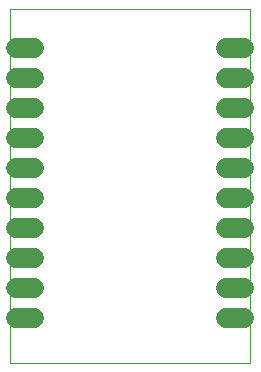
<source format=gbs>
G75*
%MOIN*%
%OFA0B0*%
%FSLAX25Y25*%
%IPPOS*%
%LPD*%
%AMOC8*
5,1,8,0,0,1.08239X$1,22.5*
%
%ADD10C,0.00000*%
%ADD11C,0.06800*%
D10*
X0010800Y0001500D02*
X0010800Y0119610D01*
X0090721Y0119610D01*
X0090721Y0001500D01*
X0010800Y0001500D01*
D11*
X0012800Y0016500D02*
X0018800Y0016500D01*
X0018800Y0026500D02*
X0012800Y0026500D01*
X0012800Y0036500D02*
X0018800Y0036500D01*
X0018800Y0046500D02*
X0012800Y0046500D01*
X0012800Y0056500D02*
X0018800Y0056500D01*
X0018800Y0066500D02*
X0012800Y0066500D01*
X0012800Y0076500D02*
X0018800Y0076500D01*
X0018800Y0086500D02*
X0012800Y0086500D01*
X0012800Y0096500D02*
X0018800Y0096500D01*
X0018800Y0106500D02*
X0012800Y0106500D01*
X0082800Y0106500D02*
X0088800Y0106500D01*
X0088800Y0096500D02*
X0082800Y0096500D01*
X0082800Y0086500D02*
X0088800Y0086500D01*
X0088800Y0076500D02*
X0082800Y0076500D01*
X0082800Y0066500D02*
X0088800Y0066500D01*
X0088800Y0056500D02*
X0082800Y0056500D01*
X0082800Y0046500D02*
X0088800Y0046500D01*
X0088800Y0036500D02*
X0082800Y0036500D01*
X0082800Y0026500D02*
X0088800Y0026500D01*
X0088800Y0016500D02*
X0082800Y0016500D01*
M02*

</source>
